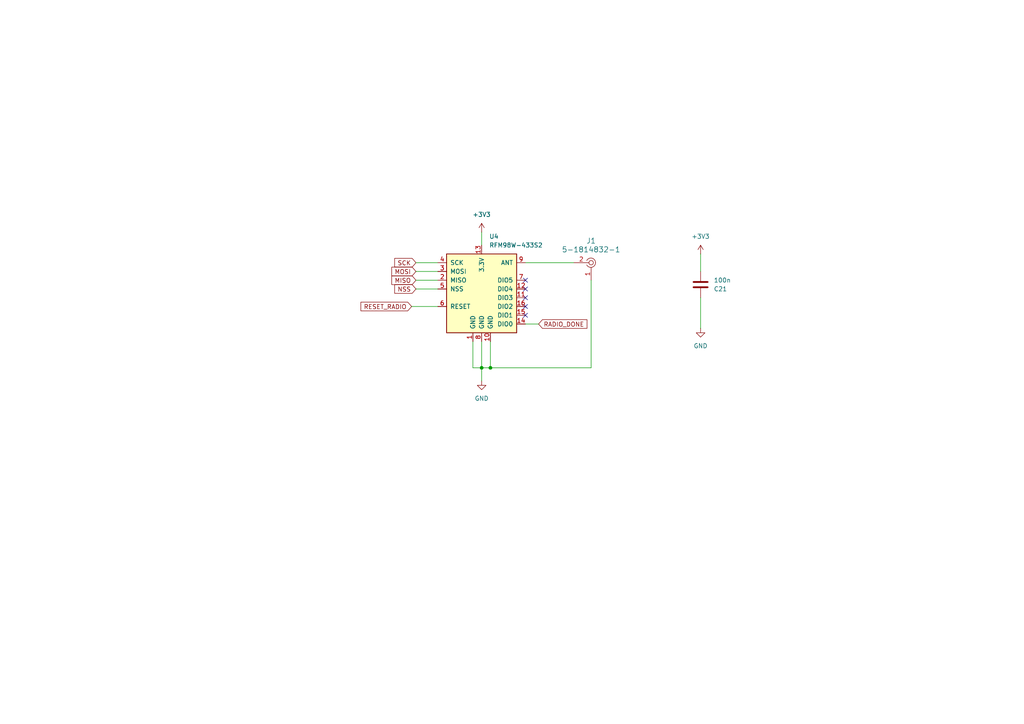
<source format=kicad_sch>
(kicad_sch (version 20231120) (generator "eeschema") (generator_version "8.0")
  (paper "A4")
  (title_block (title "On-board Controller") (date "2024-07-16") (rev "1"))
  (lib_symbols
    (symbol "Device:C" (pin_numbers hide) (pin_names (offset 0.254))
      (property "Reference" "C" (at 0.635 2.54 0))
      (property "Value" "C" (at 0.635 -2.54 0))
      (symbol "C_0_1"
        (polyline (pts (xy -2.032 -0.762) (xy 2.032 -0.762)) (stroke (width 0.508)))
        (polyline (pts (xy -2.032 0.762) (xy 2.032 0.762)) (stroke (width 0.508)))
      )
      (symbol "C_1_1"
        (pin passive line (at 0 3.81 270) (length 2.794) (name "~") (number "1"))
        (pin passive line (at 0 -3.81 90) (length 2.794) (name "~") (number "2"))
      )
    )
    (symbol "RF_Module:RFM98W-433S2" (pin_names (offset 1.016))
      (property "Reference" "U" (at -10.414 11.684 0))
      (property "Value" "RFM98W-433S2" (at 1.524 11.43 0))
      (symbol "RFM98W-433S2_0_1"
        (rectangle (start -10.16 10.16) (end 10.16 -12.7) (stroke (width 0.254)) (fill (type background)))
      )
      (symbol "RFM98W-433S2_1_1"
        (pin power_in line (at -2.54 -15.24 90) (length 2.54) (name "GND") (number "1"))
        (pin power_in line (at 2.54 -15.24 90) (length 2.54) (name "GND") (number "10"))
        (pin bidirectional line (at 12.7 -2.54 180) (length 2.54) (name "DIO3") (number "11"))
        (pin bidirectional line (at 12.7 0 180) (length 2.54) (name "DIO4") (number "12"))
        (pin power_in line (at 0 12.7 270) (length 2.54) (name "3.3V") (number "13"))
        (pin bidirectional line (at 12.7 -10.16 180) (length 2.54) (name "DIO0") (number "14"))
        (pin bidirectional line (at 12.7 -7.62 180) (length 2.54) (name "DIO1") (number "15"))
        (pin bidirectional line (at 12.7 -5.08 180) (length 2.54) (name "DIO2") (number "16"))
        (pin output line (at -12.7 2.54 0) (length 2.54) (name "MISO") (number "2"))
        (pin input line (at -12.7 5.08 0) (length 2.54) (name "MOSI") (number "3"))
        (pin input line (at -12.7 7.62 0) (length 2.54) (name "SCK") (number "4"))
        (pin input line (at -12.7 0 0) (length 2.54) (name "NSS") (number "5"))
        (pin bidirectional line (at -12.7 -5.08 0) (length 2.54) (name "RESET") (number "6"))
        (pin bidirectional line (at 12.7 2.54 180) (length 2.54) (name "DIO5") (number "7"))
        (pin power_in line (at 0 -15.24 90) (length 2.54) (name "GND") (number "8"))
        (pin bidirectional line (at 12.7 7.62 180) (length 2.54) (name "ANT") (number "9"))
      )
    )
    (symbol "dk_Coaxial-Connectors-RF:5-1814832-1" (pin_names (offset 1.016))
      (property "Reference" "J" (at -2.54 1.27 0))
      (property "Value" "5-1814832-1" (at 1.27 -2.54 0))
      (symbol "5-1814832-1_0_1"
        (arc (start -1.27 0) (mid -0.2651 -1.3081) (end 1.27 -0.635))
        (circle (center 0 0) (radius 0.635))
        (arc (start 1.27 0.635) (mid -0.2496 1.3256) (end -1.27 0))
      )
      (symbol "5-1814832-1_1_1"
        (pin passive line (at 0 -5.08 90) (length 3.683) (name "~") (number "1"))
        (pin passive line (at 5.08 0 180) (length 4.445) (name "~") (number "2"))
      )
    )
    (symbol "power:+3V3" (power) (pin_numbers hide) (pin_names (offset 0) hide)
      (property "Value" "+3V3" (at 0 3.556 0))
      (symbol "+3V3_0_1"
        (polyline (pts (xy -0.762 1.27) (xy 0 2.54)))
        (polyline (pts (xy 0 0) (xy 0 2.54)))
        (polyline (pts (xy 0 2.54) (xy 0.762 1.27)))
      )
      (symbol "+3V3_1_1"
        (pin power_in line (at 0 0 90) (length 0) (name "~") (number "1"))
      )
    )
    (symbol "power:GND" (power) (pin_numbers hide) (pin_names (offset 0) hide)
      (property "Value" "GND" (at 0 -3.81 0))
      (symbol "GND_0_1"
        (polyline (pts (xy 0 0) (xy 0 -1.27) (xy 1.27 -1.27) (xy 0 -2.54) (xy -1.27 -1.27) (xy 0 -1.27)))
      )
      (symbol "GND_1_1"
        (pin power_in line (at 0 0 270) (length 0) (name "~") (number "1"))
      )
    )
  )
  (junction (at 142.24 106.68))
  (junction (at 139.7 106.68))
  (no_connect (at 152.4 86.36))
  (no_connect (at 152.4 88.9))
  (no_connect (at 152.4 83.82))
  (no_connect (at 152.4 91.44))
  (no_connect (at 152.4 81.28))
  (wire (pts (xy 142.24 99.06) (xy 142.24 106.68)))
  (wire (pts (xy 171.45 81.28) (xy 171.45 106.68)))
  (wire (pts (xy 171.45 106.68) (xy 142.24 106.68)))
  (wire (pts (xy 152.4 76.2) (xy 166.37 76.2)))
  (wire (pts (xy 139.7 110.49) (xy 139.7 106.68)))
  (wire (pts (xy 139.7 106.68) (xy 139.7 99.06)))
  (wire (pts (xy 120.65 83.82) (xy 127 83.82)))
  (wire (pts (xy 142.24 106.68) (xy 139.7 106.68)))
  (wire (pts (xy 203.2 95.25) (xy 203.2 86.36)))
  (wire (pts (xy 137.16 106.68) (xy 139.7 106.68)))
  (wire (pts (xy 119.38 88.9) (xy 127 88.9)))
  (wire (pts (xy 139.7 67.31) (xy 139.7 71.12)))
  (wire (pts (xy 156.21 93.98) (xy 152.4 93.98)))
  (wire (pts (xy 120.65 78.74) (xy 127 78.74)))
  (wire (pts (xy 137.16 99.06) (xy 137.16 106.68)))
  (wire (pts (xy 203.2 73.66) (xy 203.2 78.74)))
  (wire (pts (xy 120.65 76.2) (xy 127 76.2)))
  (wire (pts (xy 120.65 81.28) (xy 127 81.28)))
  (global_label "SCK" (shape input) (at 120.65 76.2 180) (property "Intersheetrefs" "${INTERSHEET_REFS}" (effects (hide yes))))
  (global_label "MISO" (shape input) (at 120.65 81.28 180) (property "Intersheetrefs" "${INTERSHEET_REFS}" (effects (hide yes))))
  (global_label "RESET_RADIO" (shape input) (at 119.38 88.9 180) (property "Intersheetrefs" "${INTERSHEET_REFS}" (effects (hide yes))))
  (global_label "MOSI" (shape input) (at 120.65 78.74 180) (property "Intersheetrefs" "${INTERSHEET_REFS}" (effects (hide yes))))
  (global_label "RADIO_DONE" (shape input) (at 156.21 93.98 0) (property "Intersheetrefs" "${INTERSHEET_REFS}" (effects (hide yes))))
  (global_label "NSS" (shape input) (at 120.65 83.82 180) (property "Intersheetrefs" "${INTERSHEET_REFS}" (effects (hide yes))))
  (symbol (lib_id "Device:C") (at 203.2 82.55 0) (mirror x) (unit 1)
    (property "Reference" "C21" (at 207.01 83.8201 0) (effects (justify left)))
    (property "Value" "100n" (at 207.01 81.2801 0) (effects (justify left)))
    (property "Footprint" "Capacitor_SMD:C_0805_2012Metric_Pad1.18x1.45mm_HandSolder" (effects (hide yes)))
    (property "Description" "Unpolarized capacitor" (effects (hide yes)))
  )
  (symbol (lib_id "power:+3V3") (at 203.2 73.66 0) (unit 1)
    (property "Reference" "#PWR036" (effects (hide yes)))
    (property "Value" "+3V3" (at 203.2 68.58 0))
    (property "Description" "Power symbol creates a global label with name \"+3V3\"" (effects (hide yes)))
  )
  (symbol (lib_id "RF_Module:RFM98W-433S2") (at 139.7 83.82 0) (unit 1)
    (property "Reference" "U4" (at 141.8941 68.58 0) (effects (justify left)))
    (property "Value" "RFM98W-433S2" (at 141.8941 71.12 0) (effects (justify left)))
    (property "Footprint" "RF_Module:HOPERF_RFM9XW_THT" (effects (hide yes)))
    (property "Datasheet" "https://www.hoperf.com/data/upload/portal/20181127/5bfcdb5e17543.pdf" (effects (hide yes)))
    (property "Description" "Low power long range transceiver module, SPI and parallel interface, 433 MHz, spreading factor 6 to12, bandwidth 7.8 to 500kHz, -111 to -148 dBm, SMD-16, DIP-16" (effects (hide yes)))
  )
  (symbol (lib_id "dk_Coaxial-Connectors-RF:5-1814832-1") (at 171.45 76.2 0) (mirror y) (unit 1)
    (property "Reference" "J1" (at 171.4501 69.85 0) (effects (font (size 1.524 1.524))))
    (property "Value" "5-1814832-1" (at 171.4501 72.39 0) (effects (font (size 1.524 1.524))))
    (property "Footprint" "digikey-footprints:RF_SMA_Vertical_5-1814832-1" (effects (hide yes)))
    (property "Datasheet" "https://www.te.com/commerce/DocumentDelivery/DDEController?Action=srchrtrv&DocNm=1814832&DocType=Customer+Drawing&DocLang=English" (effects (hide yes)))
    (property "Description" "CONN SMA JACK STR 50 OHM PCB" (effects (hide yes)))
    (property "Digi-Key_PN" "A97594-ND" (effects (hide yes)))
    (property "MPN" "5-1814832-1" (effects (hide yes)))
    (property "Category" "Connectors, Interconnects" (effects (hide yes)))
    (property "Family" "Coaxial Connectors (RF)" (effects (hide yes)))
    (property "DK_Datasheet_Link" "https://www.te.com/commerce/DocumentDelivery/DDEController?Action=srchrtrv&DocNm=1814832&DocType=Customer+Drawing&DocLang=English" (effects (hide yes)))
    (property "DK_Detail_Page" "/product-detail/en/te-connectivity-amp-connectors/5-1814832-1/A97594-ND/1755982" (effects (hide yes)))
    (property "Description_1" "CONN SMA JACK STR 50 OHM PCB" (effects (hide yes)))
    (property "Manufacturer" "TE Connectivity AMP Connectors" (effects (hide yes)))
    (property "Status" "Active" (effects (hide yes)))
  )
  (symbol (lib_id "power:+3V3") (at 139.7 67.31 0) (unit 1)
    (property "Reference" "#PWR014" (effects (hide yes)))
    (property "Value" "+3V3" (at 139.7 62.23 0))
    (property "Description" "Power symbol creates a global label with name \"+3V3\"" (effects (hide yes)))
  )
  (symbol (lib_id "power:GND") (at 203.2 95.25 0) (unit 1)
    (property "Reference" "#PWR037" (effects (hide yes)))
    (property "Value" "GND" (at 203.2 100.33 0))
    (property "Description" "Power symbol creates a global label with name \"GND\" , ground" (effects (hide yes)))
  )
  (symbol (lib_id "power:GND") (at 139.7 110.49 0) (unit 1)
    (property "Reference" "#PWR013" (effects (hide yes)))
    (property "Value" "GND" (at 139.7 115.57 0))
    (property "Description" "Power symbol creates a global label with name \"GND\" , ground" (effects (hide yes)))
  )
)
</source>
